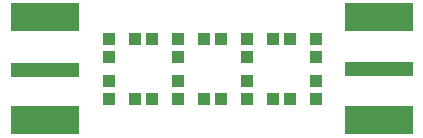
<source format=gtp>
G04*
G04 #@! TF.GenerationSoftware,Altium Limited,CircuitMaker,2.2.1 (2.2.1.6)*
G04*
G04 Layer_Color=7318015*
%FSLAX24Y24*%
%MOIN*%
G70*
G04*
G04 #@! TF.SameCoordinates,D28BDA84-9723-43EF-B55C-3147937A363A*
G04*
G04*
G04 #@! TF.FilePolarity,Positive*
G04*
G01*
G75*
%ADD12R,0.2299X0.0472*%
%ADD13R,0.2299X0.0951*%
%ADD14R,0.0394X0.0413*%
%ADD15R,0.0413X0.0394*%
D12*
X1260Y2273D02*
D03*
X12400Y2300D02*
D03*
D13*
X1260Y577D02*
D03*
Y4023D02*
D03*
X12400Y577D02*
D03*
Y4023D02*
D03*
D14*
X10310Y3295D02*
D03*
Y2705D02*
D03*
Y1305D02*
D03*
Y1895D02*
D03*
X8010Y2705D02*
D03*
Y3295D02*
D03*
X5710Y1305D02*
D03*
Y1895D02*
D03*
Y2705D02*
D03*
Y3295D02*
D03*
X3410Y2705D02*
D03*
Y3295D02*
D03*
X8010Y1305D02*
D03*
Y1895D02*
D03*
X3410Y1305D02*
D03*
Y1895D02*
D03*
D15*
X9455Y1300D02*
D03*
X8865D02*
D03*
X9451Y3300D02*
D03*
X8860D02*
D03*
X7151Y1300D02*
D03*
X6560D02*
D03*
X7151Y3300D02*
D03*
X6560D02*
D03*
X4855Y1300D02*
D03*
X4265D02*
D03*
X4851Y3300D02*
D03*
X4260D02*
D03*
M02*

</source>
